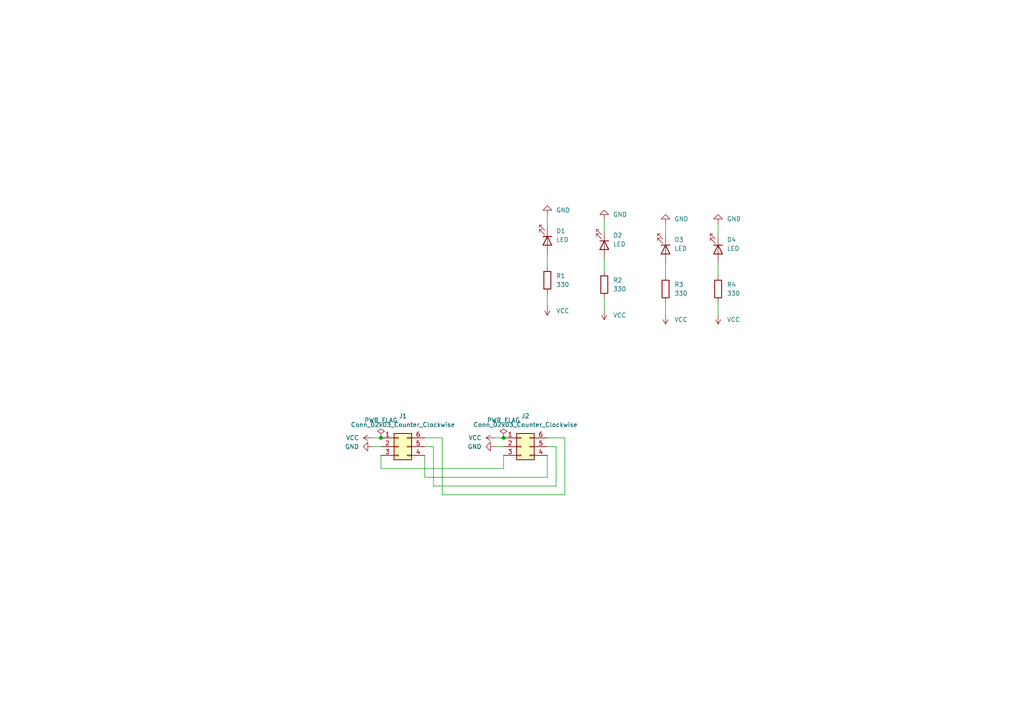
<source format=kicad_sch>
(kicad_sch (version 20211123) (generator eeschema)
  (paper "A4")
  (lib_symbols
    (symbol "Connector_Generic:Conn_02x03_Counter_Clockwise" (pin_names (offset 1.016) hide)
      (property "Reference" "J" (at 1.27 5.08 0))
      (property "Value" "Conn_02x03_Counter_Clockwise" (at 1.27 -5.08 0))
      (symbol "Conn_02x03_Counter_Clockwise_1_1"
        (rectangle (start -1.27 -2.413) (end 0 -2.667) (stroke (width 0.1524)))
        (rectangle (start -1.27 0.127) (end 0 -0.127) (stroke (width 0.1524)))
        (rectangle (start -1.27 2.667) (end 0 2.413) (stroke (width 0.1524)))
        (rectangle (start -1.27 3.81) (end 3.81 -3.81) (stroke (width 0.254)) (fill (type background)))
        (rectangle (start 3.81 -2.413) (end 2.54 -2.667) (stroke (width 0.1524)))
        (rectangle (start 3.81 0.127) (end 2.54 -0.127) (stroke (width 0.1524)))
        (rectangle (start 3.81 2.667) (end 2.54 2.413) (stroke (width 0.1524)))
        (pin passive line (at -5.08 2.54 0) (length 3.81) (name "Pin_1") (number "1"))
        (pin passive line (at -5.08 0 0) (length 3.81) (name "Pin_2") (number "2"))
        (pin passive line (at -5.08 -2.54 0) (length 3.81) (name "Pin_3") (number "3"))
        (pin passive line (at 7.62 -2.54 180) (length 3.81) (name "Pin_4") (number "4"))
        (pin passive line (at 7.62 0 180) (length 3.81) (name "Pin_5") (number "5"))
        (pin passive line (at 7.62 2.54 180) (length 3.81) (name "Pin_6") (number "6"))
      )
    )
    (symbol "Device:LED" (pin_numbers hide) (pin_names (offset 1.016) hide)
      (property "Reference" "D" (at 0 2.54 0))
      (property "Value" "LED" (at 0 -2.54 0))
      (symbol "LED_0_1"
        (polyline (pts (xy -1.27 -1.27) (xy -1.27 1.27)) (stroke (width 0.254)))
        (polyline (pts (xy -1.27 0) (xy 1.27 0)))
        (polyline (pts (xy 1.27 -1.27) (xy 1.27 1.27) (xy -1.27 0) (xy 1.27 -1.27)) (stroke (width 0.254)))
        (polyline (pts (xy -3.048 -0.762) (xy -4.572 -2.286) (xy -3.81 -2.286) (xy -4.572 -2.286) (xy -4.572 -1.524)))
        (polyline (pts (xy -1.778 -0.762) (xy -3.302 -2.286) (xy -2.54 -2.286) (xy -3.302 -2.286) (xy -3.302 -1.524)))
      )
      (symbol "LED_1_1"
        (pin passive line (at -3.81 0 0) (length 2.54) (name "K") (number "1"))
        (pin passive line (at 3.81 0 180) (length 2.54) (name "A") (number "2"))
      )
    )
    (symbol "Device:R" (pin_numbers hide) (pin_names (offset 0))
      (property "Reference" "R" (at 2.032 0 90))
      (property "Value" "R" (at 0 0 90))
      (symbol "R_0_1"
        (rectangle (start -1.016 -2.54) (end 1.016 2.54) (stroke (width 0.254)))
      )
      (symbol "R_1_1"
        (pin passive line (at 0 3.81 270) (length 1.27) (name "~") (number "1"))
        (pin passive line (at 0 -3.81 90) (length 1.27) (name "~") (number "2"))
      )
    )
    (symbol "power:GND" (power) (pin_names (offset 0))
      (property "Value" "GND" (at 0 -3.81 0))
      (symbol "GND_0_1"
        (polyline (pts (xy 0 0) (xy 0 -1.27) (xy 1.27 -1.27) (xy 0 -2.54) (xy -1.27 -1.27) (xy 0 -1.27)))
      )
      (symbol "GND_1_1"
        (pin power_in line (at 0 0 270) (length 0) hide (name "GND") (number "1"))
      )
    )
    (symbol "power:PWR_FLAG" (power) (pin_numbers hide) (pin_names (offset 0) hide)
      (property "Value" "PWR_FLAG" (at 0 3.81 0))
      (symbol "PWR_FLAG_0_0"
        (pin power_out line (at 0 0 90) (length 0) (name "pwr") (number "1"))
      )
      (symbol "PWR_FLAG_0_1"
        (polyline (pts (xy 0 0) (xy 0 1.27) (xy -1.016 1.905) (xy 0 2.54) (xy 1.016 1.905) (xy 0 1.27)))
      )
    )
    (symbol "power:VCC" (power) (pin_names (offset 0))
      (property "Value" "VCC" (at 0 3.81 0))
      (symbol "VCC_0_1"
        (polyline (pts (xy -0.762 1.27) (xy 0 2.54)))
        (polyline (pts (xy 0 0) (xy 0 2.54)))
        (polyline (pts (xy 0 2.54) (xy 0.762 1.27)))
      )
      (symbol "VCC_1_1"
        (pin power_in line (at 0 0 90) (length 0) hide (name "VCC") (number "1"))
      )
    )
  )
  (junction (at 110.49 127))
  (junction (at 146.05 127))
  (wire (pts (xy 158.75 138.43) (xy 158.75 132.08)))
  (wire (pts (xy 193.04 64.77) (xy 193.04 68.58)))
  (wire (pts (xy 123.19 127) (xy 128.27 127)))
  (wire (pts (xy 107.95 127) (xy 110.49 127)))
  (wire (pts (xy 161.29 129.54) (xy 158.75 129.54)))
  (wire (pts (xy 175.26 74.93) (xy 175.26 78.74)))
  (wire (pts (xy 208.28 64.77) (xy 208.28 68.58)))
  (wire (pts (xy 110.49 135.89) (xy 146.05 135.89)))
  (wire (pts (xy 123.19 138.43) (xy 158.75 138.43)))
  (wire (pts (xy 143.51 129.54) (xy 146.05 129.54)))
  (wire (pts (xy 161.29 140.97) (xy 161.29 129.54)))
  (wire (pts (xy 208.28 76.2) (xy 208.28 80.01)))
  (wire (pts (xy 128.27 143.51) (xy 163.83 143.51)))
  (wire (pts (xy 107.95 129.54) (xy 110.49 129.54)))
  (wire (pts (xy 163.83 143.51) (xy 163.83 127)))
  (wire (pts (xy 158.75 73.66) (xy 158.75 77.47)))
  (wire (pts (xy 175.26 86.36) (xy 175.26 90.17)))
  (wire (pts (xy 193.04 76.2) (xy 193.04 80.01)))
  (wire (pts (xy 123.19 129.54) (xy 125.73 129.54)))
  (wire (pts (xy 208.28 87.63) (xy 208.28 91.44)))
  (wire (pts (xy 128.27 127) (xy 128.27 143.51)))
  (wire (pts (xy 125.73 140.97) (xy 161.29 140.97)))
  (wire (pts (xy 158.75 62.23) (xy 158.75 66.04)))
  (wire (pts (xy 158.75 127) (xy 163.83 127)))
  (wire (pts (xy 158.75 85.09) (xy 158.75 88.9)))
  (wire (pts (xy 125.73 129.54) (xy 125.73 140.97)))
  (wire (pts (xy 193.04 87.63) (xy 193.04 91.44)))
  (wire (pts (xy 143.51 127) (xy 146.05 127)))
  (wire (pts (xy 146.05 135.89) (xy 146.05 132.08)))
  (wire (pts (xy 175.26 63.5) (xy 175.26 67.31)))
  (wire (pts (xy 110.49 132.08) (xy 110.49 135.89)))
  (wire (pts (xy 123.19 132.08) (xy 123.19 138.43)))
  (symbol (lib_id "power:VCC") (at 208.28 91.44 180) (unit 1)
    (property "Reference" "#PWR012" (effects hide))
    (property "Value" "VCC" (at 210.82 92.7099 0) (effects (justify right)))
  )
  (symbol (lib_id "power:PWR_FLAG") (at 110.49 127 0) (unit 1)
    (property "Reference" "#FLG01" (effects hide))
    (property "Value" "PWR_FLAG" (at 110.49 121.92 0))
  )
  (symbol (lib_id "Device:LED") (at 175.26 71.12 270) (unit 1)
    (property "Reference" "D2" (at 177.8 68.2624 90) (effects (justify left)))
    (property "Value" "LED" (at 177.8 70.8024 90) (effects (justify left)))
    (property "Footprint" "Base_Library:19-213_Y2C-CO2R2L_3T(CY)" (effects hide))
  )
  (symbol (lib_id "power:GND") (at 107.95 129.54 270) (unit 1)
    (property "Reference" "#PWR02" (effects hide))
    (property "Value" "GND" (at 104.14 129.5399 90) (effects (justify right)))
  )
  (symbol (lib_id "Device:LED") (at 208.28 72.39 270) (unit 1)
    (property "Reference" "D4" (at 210.82 69.5324 90) (effects (justify left)))
    (property "Value" "LED" (at 210.82 72.0724 90) (effects (justify left)))
    (property "Footprint" "Base_Library:19-213_Y2C-CO2R2L_3T(CY)" (effects hide))
  )
  (symbol (lib_id "power:PWR_FLAG") (at 146.05 127 0) (unit 1)
    (property "Reference" "#FLG02" (effects hide))
    (property "Value" "PWR_FLAG" (at 146.05 121.92 0))
  )
  (symbol (lib_id "power:GND") (at 143.51 129.54 270) (unit 1)
    (property "Reference" "#PWR04" (effects hide))
    (property "Value" "GND" (at 139.7 129.5399 90) (effects (justify right)))
  )
  (symbol (lib_id "Device:R") (at 208.28 83.82 0) (unit 1)
    (property "Reference" "R4" (at 210.82 82.5499 0) (effects (justify left)))
    (property "Value" "330" (at 210.82 85.0899 0) (effects (justify left)))
    (property "Footprint" "Resistor_SMD:R_0805_2012Metric" (effects hide))
  )
  (symbol (lib_id "power:GND") (at 193.04 64.77 180) (unit 1)
    (property "Reference" "#PWR09" (effects hide))
    (property "Value" "GND" (at 195.58 63.4999 0) (effects (justify right)))
  )
  (symbol (lib_id "Device:R") (at 193.04 83.82 0) (unit 1)
    (property "Reference" "R3" (at 195.58 82.5499 0) (effects (justify left)))
    (property "Value" "330" (at 195.58 85.0899 0) (effects (justify left)))
    (property "Footprint" "Resistor_SMD:R_0805_2012Metric" (effects hide))
  )
  (symbol (lib_id "Connector_Generic:Conn_02x03_Counter_Clockwise") (at 115.57 129.54 0) (unit 1)
    (property "Reference" "J1" (at 116.84 120.65 0))
    (property "Value" "Conn_02x03_Counter_Clockwise" (at 116.84 123.19 0))
    (property "Footprint" "Base_Library:sky2ground_connector" (effects hide))
  )
  (symbol (lib_id "Device:LED") (at 158.75 69.85 270) (unit 1)
    (property "Reference" "D1" (at 161.29 66.9924 90) (effects (justify left)))
    (property "Value" "LED" (at 161.29 69.5324 90) (effects (justify left)))
    (property "Footprint" "Base_Library:19-213_Y2C-CO2R2L_3T(CY)" (effects hide))
  )
  (symbol (lib_id "Device:LED") (at 193.04 72.39 270) (unit 1)
    (property "Reference" "D3" (at 195.58 69.5324 90) (effects (justify left)))
    (property "Value" "LED" (at 195.58 72.0724 90) (effects (justify left)))
    (property "Footprint" "Base_Library:19-213_Y2C-CO2R2L_3T(CY)" (effects hide))
  )
  (symbol (lib_id "power:GND") (at 208.28 64.77 180) (unit 1)
    (property "Reference" "#PWR011" (effects hide))
    (property "Value" "GND" (at 210.82 63.4999 0) (effects (justify right)))
  )
  (symbol (lib_id "power:VCC") (at 175.26 90.17 180) (unit 1)
    (property "Reference" "#PWR08" (effects hide))
    (property "Value" "VCC" (at 177.8 91.4399 0) (effects (justify right)))
  )
  (symbol (lib_id "power:VCC") (at 158.75 88.9 180) (unit 1)
    (property "Reference" "#PWR06" (effects hide))
    (property "Value" "VCC" (at 161.29 90.1699 0) (effects (justify right)))
  )
  (symbol (lib_id "power:VCC") (at 107.95 127 90) (unit 1)
    (property "Reference" "#PWR01" (effects hide))
    (property "Value" "VCC" (at 104.14 126.9999 90) (effects (justify left)))
  )
  (symbol (lib_id "Connector_Generic:Conn_02x03_Counter_Clockwise") (at 151.13 129.54 0) (unit 1)
    (property "Reference" "J2" (at 152.4 120.65 0))
    (property "Value" "Conn_02x03_Counter_Clockwise" (at 152.4 123.19 0))
    (property "Footprint" "Connector_PinSocket_2.54mm:PinSocket_2x03_P2.54mm_Vertical" (effects hide))
  )
  (symbol (lib_id "power:VCC") (at 143.51 127 90) (unit 1)
    (property "Reference" "#PWR03" (effects hide))
    (property "Value" "VCC" (at 139.7 126.9999 90) (effects (justify left)))
  )
  (symbol (lib_id "power:VCC") (at 193.04 91.44 180) (unit 1)
    (property "Reference" "#PWR010" (effects hide))
    (property "Value" "VCC" (at 195.58 92.7099 0) (effects (justify right)))
  )
  (symbol (lib_id "power:GND") (at 175.26 63.5 180) (unit 1)
    (property "Reference" "#PWR07" (effects hide))
    (property "Value" "GND" (at 177.8 62.2299 0) (effects (justify right)))
  )
  (symbol (lib_id "power:GND") (at 158.75 62.23 180) (unit 1)
    (property "Reference" "#PWR05" (effects hide))
    (property "Value" "GND" (at 161.29 60.9599 0) (effects (justify right)))
  )
  (symbol (lib_id "Device:R") (at 158.75 81.28 0) (unit 1)
    (property "Reference" "R1" (at 161.29 80.0099 0) (effects (justify left)))
    (property "Value" "330" (at 161.29 82.5499 0) (effects (justify left)))
    (property "Footprint" "Resistor_SMD:R_0805_2012Metric" (effects hide))
  )
  (symbol (lib_id "Device:R") (at 175.26 82.55 0) (unit 1)
    (property "Reference" "R2" (at 177.8 81.2799 0) (effects (justify left)))
    (property "Value" "330" (at 177.8 83.8199 0) (effects (justify left)))
    (property "Footprint" "Resistor_SMD:R_0805_2012Metric" (effects hide))
  )
)
</source>
